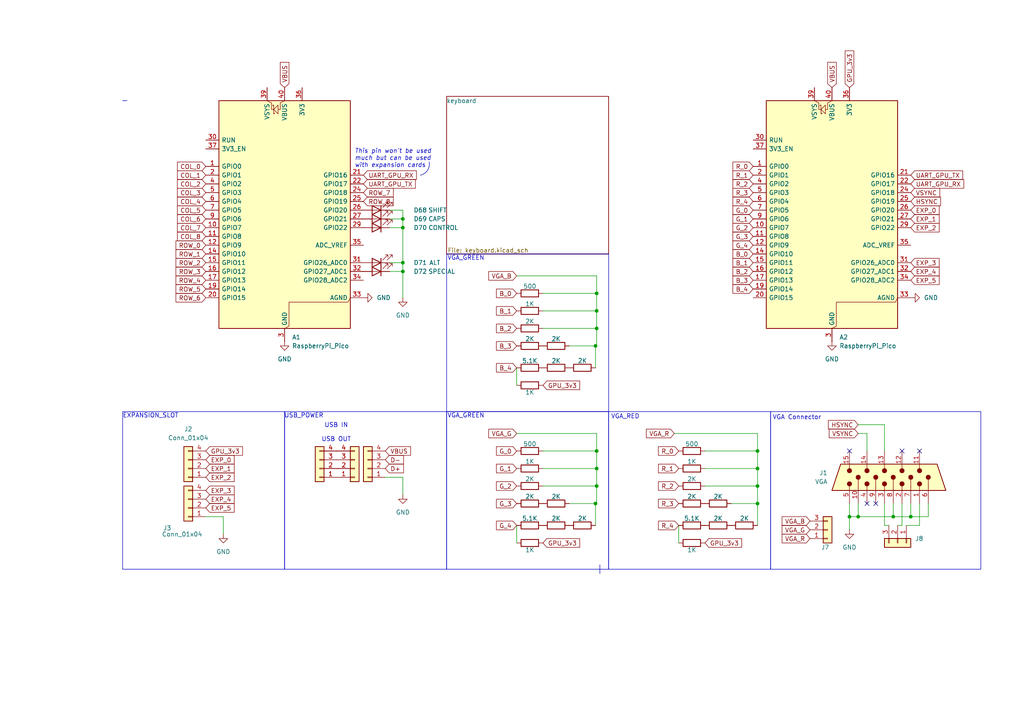
<source format=kicad_sch>
(kicad_sch (version 20250114) (generator "eeschema") (generator_version "9.0")
  (paper "A4")
  (lib_symbols
    (symbol "Connector:DE15_Pins_HighDensity" (pin_names (offset 1.016) (hide yes))
      (property "Reference" "J" (at 0 21.59 0))
      (property "Value" "DE15_Pins_HighDensity" (at 0 19.05 0))
      (symbol "DE15_Pins_HighDensity_0_1"
        (polyline (pts (xy -3.81 17.78) (xy -3.81 -15.24) (xy 3.81 -12.7) (xy 3.81 15.24) (xy -3.81 17.78)) (stroke (width 0.254)) (fill (type background)))
        (polyline (pts (xy -3.175 -5.08) (xy -0.635 -5.08)))
        (circle (center -1.905 12.7) (radius 0.635) (fill (type outline)))
        (circle (center -1.905 7.62) (radius 0.635) (fill (type outline)))
        (circle (center -1.905 2.54) (radius 0.635) (fill (type outline)))
        (circle (center -1.905 -2.54) (radius 0.635) (fill (type outline)))
        (circle (center -1.905 -7.62) (radius 0.635) (fill (type outline)))
        (polyline (pts (xy -0.635 10.16) (xy -3.175 10.16)))
        (polyline (pts (xy -0.635 5.08) (xy -3.175 5.08)))
        (polyline (pts (xy -0.635 0) (xy -3.175 0)))
        (polyline (pts (xy -0.635 -10.16) (xy -3.175 -10.16)))
        (circle (center 0 10.16) (radius 0.635) (fill (type outline)))
        (circle (center 0 5.08) (radius 0.635) (fill (type outline)))
        (circle (center 0 0) (radius 0.635) (fill (type outline)))
        (circle (center 0 -5.08) (radius 0.635) (fill (type outline)))
        (circle (center 0 -10.16) (radius 0.635) (fill (type outline)))
        (circle (center 1.905 12.7) (radius 0.635) (fill (type outline)))
        (circle (center 1.905 7.62) (radius 0.635) (fill (type outline)))
        (circle (center 1.905 2.54) (radius 0.635) (fill (type outline)))
        (circle (center 1.905 -2.54) (radius 0.635) (fill (type outline)))
        (circle (center 1.905 -7.62) (radius 0.635) (fill (type outline)))
      )
      (symbol "DE15_Pins_HighDensity_1_1"
        (pin passive line (at -7.62 12.7 0) (length 5.08) (name "~") (number "5"))
        (pin passive line (at -7.62 10.16 0) (length 5.08) (name "~") (number "10"))
        (pin passive line (at -7.62 7.62 0) (length 5.08) (name "~") (number "4"))
        (pin passive line (at -7.62 5.08 0) (length 5.08) (name "~") (number "9"))
        (pin passive line (at -7.62 2.54 0) (length 5.08) (name "~") (number "3"))
        (pin passive line (at -7.62 0 0) (length 5.08) (name "~") (number "8"))
        (pin passive line (at -7.62 -2.54 0) (length 5.08) (name "~") (number "2"))
        (pin passive line (at -7.62 -5.08 0) (length 5.08) (name "~") (number "7"))
        (pin passive line (at -7.62 -7.62 0) (length 5.08) (name "~") (number "1"))
        (pin passive line (at -7.62 -10.16 0) (length 5.08) (name "~") (number "6"))
        (pin passive line (at 7.62 12.7 180) (length 5.08) (name "~") (number "15"))
        (pin passive line (at 7.62 7.62 180) (length 5.08) (name "~") (number "14"))
        (pin passive line (at 7.62 2.54 180) (length 5.08) (name "~") (number "13"))
        (pin passive line (at 7.62 -2.54 180) (length 5.08) (name "~") (number "12"))
        (pin passive line (at 7.62 -7.62 180) (length 5.08) (name "~") (number "11"))
      )
    )
    (symbol "Connector_Generic:Conn_01x03" (pin_names (offset 1.016) (hide yes))
      (property "Reference" "J" (at 0 5.08 0))
      (property "Value" "Conn_01x03" (at 0 -5.08 0))
      (symbol "Conn_01x03_1_1"
        (rectangle (start -1.27 3.81) (end 1.27 -3.81) (stroke (width 0.254)) (fill (type background)))
        (rectangle (start -1.27 2.667) (end 0 2.413) (stroke (width 0.1524)))
        (rectangle (start -1.27 0.127) (end 0 -0.127) (stroke (width 0.1524)))
        (rectangle (start -1.27 -2.413) (end 0 -2.667) (stroke (width 0.1524)))
        (pin passive line (at -5.08 2.54 0) (length 3.81) (name "Pin_1") (number "1"))
        (pin passive line (at -5.08 0 0) (length 3.81) (name "Pin_2") (number "2"))
        (pin passive line (at -5.08 -2.54 0) (length 3.81) (name "Pin_3") (number "3"))
      )
    )
    (symbol "Connector_Generic:Conn_01x04" (pin_names (offset 1.016) (hide yes))
      (property "Reference" "J" (at 0 5.08 0))
      (property "Value" "Conn_01x04" (at 0 -7.62 0))
      (symbol "Conn_01x04_1_1"
        (rectangle (start -1.27 3.81) (end 1.27 -6.35) (stroke (width 0.254)) (fill (type background)))
        (rectangle (start -1.27 2.667) (end 0 2.413) (stroke (width 0.1524)))
        (rectangle (start -1.27 0.127) (end 0 -0.127) (stroke (width 0.1524)))
        (rectangle (start -1.27 -2.413) (end 0 -2.667) (stroke (width 0.1524)))
        (rectangle (start -1.27 -4.953) (end 0 -5.207) (stroke (width 0.1524)))
        (pin passive line (at -5.08 2.54 0) (length 3.81) (name "Pin_1") (number "1"))
        (pin passive line (at -5.08 0 0) (length 3.81) (name "Pin_2") (number "2"))
        (pin passive line (at -5.08 -2.54 0) (length 3.81) (name "Pin_3") (number "3"))
        (pin passive line (at -5.08 -5.08 0) (length 3.81) (name "Pin_4") (number "4"))
      )
    )
    (symbol "Device:LED" (pin_numbers (hide yes)) (pin_names (offset 1.016) (hide yes))
      (property "Reference" "D" (at 0 2.54 0))
      (property "Value" "LED" (at 0 -2.54 0))
      (symbol "LED_0_1"
        (polyline (pts (xy -3.048 -0.762) (xy -4.572 -2.286) (xy -3.81 -2.286) (xy -4.572 -2.286) (xy -4.572 -1.524)))
        (polyline (pts (xy -1.778 -0.762) (xy -3.302 -2.286) (xy -2.54 -2.286) (xy -3.302 -2.286) (xy -3.302 -1.524)))
        (polyline (pts (xy -1.27 0) (xy 1.27 0)))
        (polyline (pts (xy -1.27 -1.27) (xy -1.27 1.27)) (stroke (width 0.254)))
        (polyline (pts (xy 1.27 -1.27) (xy 1.27 1.27) (xy -1.27 0) (xy 1.27 -1.27)) (stroke (width 0.254)))
      )
      (symbol "LED_1_1"
        (pin passive line (at -3.81 0 0) (length 2.54) (name "K") (number "1"))
        (pin passive line (at 3.81 0 180) (length 2.54) (name "A") (number "2"))
      )
    )
    (symbol "Device:R" (pin_numbers (hide yes)) (pin_names (offset 0))
      (property "Reference" "R" (at 2.032 0 90))
      (property "Value" "R" (at 0 0 90))
      (symbol "R_0_1"
        (rectangle (start -1.016 -2.54) (end 1.016 2.54) (stroke (width 0.254)))
      )
      (symbol "R_1_1"
        (pin passive line (at 0 3.81 270) (length 1.27) (name "~") (number "1"))
        (pin passive line (at 0 -3.81 90) (length 1.27) (name "~") (number "2"))
      )
    )
    (symbol "MCU_Module:RaspberryPi_Pico" (pin_names (offset 0.762))
      (property "Reference" "A" (at -19.05 35.56 0))
      (property "Value" "RaspberryPi_Pico" (at 7.62 35.56 0))
      (symbol "RaspberryPi_Pico_0_1"
        (rectangle (start -19.05 34.29) (end 19.05 -31.75) (stroke (width 0.254)) (fill (type background)))
        (polyline (pts (xy -5.08 34.29) (xy -3.81 33.655) (xy -3.81 31.75) (xy -3.175 31.75)))
        (polyline (pts (xy -3.429 32.766) (xy -3.429 33.02) (xy -3.175 33.02) (xy -3.175 30.48) (xy -2.921 30.48) (xy -2.921 30.734)))
        (polyline (pts (xy -3.175 31.75) (xy -1.905 33.02) (xy -1.905 30.48) (xy -3.175 31.75)))
        (polyline (pts (xy 0 34.29) (xy -1.27 33.655) (xy -1.27 31.75) (xy -1.905 31.75)))
        (polyline (pts (xy 0 -31.75) (xy 1.27 -31.115) (xy 1.27 -24.13) (xy 18.415 -24.13) (xy 19.05 -22.86)))
      )
      (symbol "RaspberryPi_Pico_1_1"
        (pin passive line (at -22.86 22.86 0) (length 3.81) (name "RUN") (number "30"))
        (pin passive line (at -22.86 20.32 0) (length 3.81) (name "3V3_EN") (number "37"))
        (pin bidirectional line (at -22.86 15.24 0) (length 3.81) (name "GPIO0") (number "1"))
        (pin bidirectional line (at -22.86 12.7 0) (length 3.81) (name "GPIO1") (number "2"))
        (pin bidirectional line (at -22.86 10.16 0) (length 3.81) (name "GPIO2") (number "4"))
        (pin bidirectional line (at -22.86 7.62 0) (length 3.81) (name "GPIO3") (number "5"))
        (pin bidirectional line (at -22.86 5.08 0) (length 3.81) (name "GPIO4") (number "6"))
        (pin bidirectional line (at -22.86 2.54 0) (length 3.81) (name "GPIO5") (number "7"))
        (pin bidirectional line (at -22.86 0 0) (length 3.81) (name "GPIO6") (number "9"))
        (pin bidirectional line (at -22.86 -2.54 0) (length 3.81) (name "GPIO7") (number "10"))
        (pin bidirectional line (at -22.86 -5.08 0) (length 3.81) (name "GPIO8") (number "11"))
        (pin bidirectional line (at -22.86 -7.62 0) (length 3.81) (name "GPIO9") (number "12"))
        (pin bidirectional line (at -22.86 -10.16 0) (length 3.81) (name "GPIO10") (number "14"))
        (pin bidirectional line (at -22.86 -12.7 0) (length 3.81) (name "GPIO11") (number "15"))
        (pin bidirectional line (at -22.86 -15.24 0) (length 3.81) (name "GPIO12") (number "16"))
        (pin bidirectional line (at -22.86 -17.78 0) (length 3.81) (name "GPIO13") (number "17"))
        (pin bidirectional line (at -22.86 -20.32 0) (length 3.81) (name "GPIO14") (number "19"))
        (pin bidirectional line (at -22.86 -22.86 0) (length 3.81) (name "GPIO15") (number "20"))
        (pin power_in line (at -5.08 38.1 270) (length 3.81) (name "VSYS") (number "39"))
        (pin power_out line (at 0 38.1 270) (length 3.81) (name "VBUS") (number "40"))
        (pin passive line (at 0 -35.56 90) (length 3.81) (hide yes) (name "GND") (number "13"))
        (pin passive line (at 0 -35.56 90) (length 3.81) (hide yes) (name "GND") (number "18"))
        (pin passive line (at 0 -35.56 90) (length 3.81) (hide yes) (name "GND") (number "23"))
        (pin passive line (at 0 -35.56 90) (length 3.81) (hide yes) (name "GND") (number "28"))
        (pin power_out line (at 0 -35.56 90) (length 3.81) (name "GND") (number "3"))
        (pin passive line (at 0 -35.56 90) (length 3.81) (hide yes) (name "GND") (number "38"))
        (pin passive line (at 0 -35.56 90) (length 3.81) (hide yes) (name "GND") (number "8"))
        (pin power_out line (at 5.08 38.1 270) (length 3.81) (name "3V3") (number "36"))
        (pin bidirectional line (at 22.86 12.7 180) (length 3.81) (name "GPIO16") (number "21"))
        (pin bidirectional line (at 22.86 10.16 180) (length 3.81) (name "GPIO17") (number "22"))
        (pin bidirectional line (at 22.86 7.62 180) (length 3.81) (name "GPIO18") (number "24"))
        (pin bidirectional line (at 22.86 5.08 180) (length 3.81) (name "GPIO19") (number "25"))
        (pin bidirectional line (at 22.86 2.54 180) (length 3.81) (name "GPIO20") (number "26"))
        (pin bidirectional line (at 22.86 0 180) (length 3.81) (name "GPIO21") (number "27"))
        (pin bidirectional line (at 22.86 -2.54 180) (length 3.81) (name "GPIO22") (number "29"))
        (pin power_in line (at 22.86 -7.62 180) (length 3.81) (name "ADC_VREF") (number "35"))
        (pin bidirectional line (at 22.86 -12.7 180) (length 3.81) (name "GPIO26_ADC0") (number "31"))
        (pin bidirectional line (at 22.86 -15.24 180) (length 3.81) (name "GPIO27_ADC1") (number "32"))
        (pin bidirectional line (at 22.86 -17.78 180) (length 3.81) (name "GPIO28_ADC2") (number "34"))
        (pin power_out line (at 22.86 -22.86 180) (length 3.81) (name "AGND") (number "33"))
      )
    )
    (symbol "power:GND" (power) (pin_numbers (hide yes)) (pin_names (offset 0) (hide yes))
      (property "Value" "GND" (at 0 -3.81 0))
      (symbol "GND_0_1"
        (polyline (pts (xy 0 0) (xy 0 -1.27) (xy 1.27 -1.27) (xy 0 -2.54) (xy -1.27 -1.27) (xy 0 -1.27)))
      )
      (symbol "GND_1_1"
        (pin power_in line (at 0 0 270) (length 0) (name "~") (number "1"))
      )
    )
  )
  (rectangle (start 223.52 119.38) (end 284.48 165.1))
  (rectangle (start 129.54 119.38) (end 176.53 165.1))
  (rectangle (start 176.53 119.38) (end 223.52 165.1))
  (rectangle (start 35.56 119.38) (end 82.55 165.1))
  (rectangle (start 129.54 73.66) (end 176.53 119.38))
  (rectangle (start 173.99 163.83) (end 173.99 166.37))
  (rectangle (start 82.55 119.38) (end 129.54 165.1))
  (arc (start 124.46 46.99) (mid 123.9791 49.4211) (end 121.92 50.8))
  (text "VGA Connector\n" (at 231.14 121.158 0) (effects (font (size 1.27 1.27))))
  (text "USB_POWER" (at 88.138 120.65 0) (effects (font (size 1.27 1.27))))
  (text "USB IN\n\nUSB OUT" (at 97.536 125.476 0) (effects (font (size 1.27 1.27))))
  (text "VGA_RED\n" (at 181.356 120.904 0) (effects (font (size 1.27 1.27))))
  (text "This pin won't be used\nmuch but can be used \nwith expansion cards" (at 102.87 45.974 0) (effects (font (size 1.27 1.27) (italic yes)) (justify left)))
  (text "EXPANSION_SLOT\n" (at 43.688 120.65 0) (effects (font (size 1.27 1.27))))
  (text "VGA_GREEN\n\n" (at 135.128 121.666 0) (effects (font (size 1.27 1.27))))
  (text "VGA_GREEN\n\n" (at 135.128 75.946 0) (effects (font (size 1.27 1.27))))
  (junction (at 219.71 146.05))
  (junction (at 173.0555 140.97))
  (junction (at 248.92 149.86))
  (junction (at 173.0555 135.89))
  (junction (at 246.38 149.86))
  (junction (at 116.84 76.2))
  (junction (at 173.0555 85.09))
  (junction (at 172.72 146.05))
  (junction (at 219.71 130.81))
  (junction (at 116.84 63.5))
  (junction (at 172.72 100.33))
  (junction (at 219.71 135.89))
  (junction (at 219.71 140.97))
  (junction (at 173.0555 90.17))
  (junction (at 116.84 66.04))
  (junction (at 173.0555 95.25))
  (junction (at 259.08 149.86))
  (junction (at 173.0555 130.81))
  (junction (at 264.16 149.86))
  (junction (at 116.84 78.74))
  (no_connect (at 251.46 146.05))
  (no_connect (at 254 146.05))
  (no_connect (at 266.7 130.81))
  (no_connect (at 246.38 130.81))
  (no_connect (at 261.62 130.81))
  (wire (pts (xy 64.77 149.86) (xy 59.69 149.86)))
  (wire (pts (xy 116.84 78.74) (xy 116.84 86.36)))
  (wire (pts (xy 262.89 152.4) (xy 266.7 152.4)))
  (wire (pts (xy 173.0555 95.25) (xy 173.0555 100.33)))
  (wire (pts (xy 219.71 130.81) (xy 219.71 135.89)))
  (wire (pts (xy 157.48 135.89) (xy 173.0555 135.89)))
  (wire (pts (xy 266.7 146.05) (xy 266.7 152.4)))
  (wire (pts (xy 251.46 125.73) (xy 251.46 130.81)))
  (wire (pts (xy 64.77 149.86) (xy 64.77 154.94)))
  (wire (pts (xy 116.84 76.2) (xy 116.84 78.74)))
  (wire (pts (xy 219.71 135.89) (xy 219.71 140.97)))
  (wire (pts (xy 149.86 106.68) (xy 149.86 111.76)))
  (wire (pts (xy 113.03 76.2) (xy 116.84 76.2)))
  (wire (pts (xy 269.24 149.86) (xy 269.24 146.05)))
  (wire (pts (xy 157.48 140.97) (xy 173.0555 140.97)))
  (wire (pts (xy 173.0555 90.17) (xy 173.0555 95.25)))
  (wire (pts (xy 246.38 146.05) (xy 246.38 149.86)))
  (wire (pts (xy 116.84 60.96) (xy 116.84 63.5)))
  (wire (pts (xy 173.0555 135.89) (xy 173.0555 140.97)))
  (wire (pts (xy 113.03 66.04) (xy 116.84 66.04)))
  (polyline (pts (xy 35.56 29.21) (xy 36.83 29.21)))
  (wire (pts (xy 173.0555 80.01) (xy 173.0555 85.09)))
  (wire (pts (xy 248.92 146.05) (xy 248.92 149.86)))
  (wire (pts (xy 246.38 149.86) (xy 248.92 149.86)))
  (wire (pts (xy 157.48 90.17) (xy 173.0555 90.17)))
  (wire (pts (xy 246.38 149.86) (xy 246.38 153.67)))
  (wire (pts (xy 165.1 146.05) (xy 172.72 146.05)))
  (wire (pts (xy 195.58 125.73) (xy 219.71 125.73)))
  (wire (pts (xy 113.03 78.74) (xy 116.84 78.74)))
  (wire (pts (xy 248.92 149.86) (xy 259.08 149.86)))
  (wire (pts (xy 196.85 152.4) (xy 196.85 157.48)))
  (wire (pts (xy 219.71 125.73) (xy 219.71 130.81)))
  (wire (pts (xy 248.92 123.19) (xy 256.54 123.19)))
  (wire (pts (xy 219.71 140.97) (xy 219.71 146.05)))
  (wire (pts (xy 248.92 125.73) (xy 251.46 125.73)))
  (wire (pts (xy 149.86 152.4) (xy 149.86 157.48)))
  (wire (pts (xy 204.47 140.97) (xy 219.71 140.97)))
  (wire (pts (xy 204.47 135.89) (xy 219.71 135.89)))
  (wire (pts (xy 116.84 63.5) (xy 116.84 66.04)))
  (wire (pts (xy 172.72 100.33) (xy 172.72 106.68)))
  (wire (pts (xy 212.09 146.05) (xy 219.71 146.05)))
  (wire (pts (xy 149.86 80.01) (xy 173.0555 80.01)))
  (wire (pts (xy 264.16 146.05) (xy 264.16 149.86)))
  (wire (pts (xy 157.48 130.81) (xy 173.0555 130.81)))
  (wire (pts (xy 264.16 149.86) (xy 269.24 149.86)))
  (wire (pts (xy 259.08 149.86) (xy 264.16 149.86)))
  (wire (pts (xy 173.0555 130.81) (xy 173.0555 135.89)))
  (wire (pts (xy 116.84 138.43) (xy 111.76 138.43)))
  (wire (pts (xy 116.84 66.04) (xy 116.84 76.2)))
  (wire (pts (xy 172.72 146.05) (xy 173.0555 146.05)))
  (wire (pts (xy 172.72 146.05) (xy 172.72 152.4)))
  (wire (pts (xy 173.0555 125.73) (xy 173.0555 130.81)))
  (wire (pts (xy 165.1 100.33) (xy 172.72 100.33)))
  (wire (pts (xy 173.0555 140.97) (xy 173.0555 146.05)))
  (wire (pts (xy 113.03 63.5) (xy 116.84 63.5)))
  (wire (pts (xy 261.62 146.05) (xy 261.62 152.4)))
  (wire (pts (xy 256.54 152.4) (xy 257.81 152.4)))
  (wire (pts (xy 256.54 146.05) (xy 256.54 152.4)))
  (wire (pts (xy 157.48 95.25) (xy 173.0555 95.25)))
  (wire (pts (xy 256.54 123.19) (xy 256.54 130.81)))
  (wire (pts (xy 259.08 146.05) (xy 259.08 149.86)))
  (wire (pts (xy 204.47 130.81) (xy 219.71 130.81)))
  (wire (pts (xy 172.72 100.33) (xy 173.0555 100.33)))
  (wire (pts (xy 116.84 138.43) (xy 116.84 143.51)))
  (wire (pts (xy 157.48 85.09) (xy 173.0555 85.09)))
  (wire (pts (xy 261.62 152.4) (xy 260.35 152.4)))
  (wire (pts (xy 149.86 125.73) (xy 173.0555 125.73)))
  (wire (pts (xy 113.03 60.96) (xy 116.84 60.96)))
  (wire (pts (xy 173.0555 85.09) (xy 173.0555 90.17)))
  (wire (pts (xy 219.71 146.05) (xy 219.71 152.4)))
  (global_label "COL_2" (shape input) (at 59.69 53.34 180) (property "Intersheetrefs" "${INTERSHEET_REFS}" (effects (hide yes))))
  (global_label "B_0" (shape input) (at 149.86 85.09 180) (property "Intersheetrefs" "${INTERSHEET_REFS}" (effects (hide yes))))
  (global_label "EXP_3" (shape input) (at 264.16 76.2 0) (property "Intersheetrefs" "${INTERSHEET_REFS}" (effects (hide yes))))
  (global_label "COL_0" (shape input) (at 59.69 48.26 180) (property "Intersheetrefs" "${INTERSHEET_REFS}" (effects (hide yes))))
  (global_label "VGA_R" (shape input) (at 234.95 156.21 180) (property "Intersheetrefs" "${INTERSHEET_REFS}" (effects (hide yes))))
  (global_label "R_3" (shape input) (at 196.85 146.05 180) (property "Intersheetrefs" "${INTERSHEET_REFS}" (effects (hide yes))))
  (global_label "HSYNC" (shape input) (at 248.92 123.19 180) (property "Intersheetrefs" "${INTERSHEET_REFS}" (effects (hide yes))))
  (global_label "R_0" (shape input) (at 218.44 48.26 180) (property "Intersheetrefs" "${INTERSHEET_REFS}" (effects (hide yes))))
  (global_label "D+" (shape input) (at 111.76 135.89 0) (property "Intersheetrefs" "${INTERSHEET_REFS}" (effects (hide yes))))
  (global_label "ROW_5" (shape input) (at 59.69 83.82 180) (property "Intersheetrefs" "${INTERSHEET_REFS}" (effects (hide yes))))
  (global_label "ROW_0" (shape input) (at 59.69 71.12 180) (property "Intersheetrefs" "${INTERSHEET_REFS}" (effects (hide yes))))
  (global_label "EXP_3" (shape input) (at 59.69 142.24 0) (property "Intersheetrefs" "${INTERSHEET_REFS}" (effects (hide yes))))
  (global_label "B_4" (shape input) (at 218.44 83.82 180) (property "Intersheetrefs" "${INTERSHEET_REFS}" (effects (hide yes))))
  (global_label "EXP_4" (shape input) (at 264.16 78.74 0) (property "Intersheetrefs" "${INTERSHEET_REFS}" (effects (hide yes))))
  (global_label "G_4" (shape input) (at 149.86 152.4 180) (property "Intersheetrefs" "${INTERSHEET_REFS}" (effects (hide yes))))
  (global_label "UART_GPU_RX" (shape input) (at 264.16 53.34 0) (property "Intersheetrefs" "${INTERSHEET_REFS}" (effects (hide yes))))
  (global_label "GPU_3v3" (shape input) (at 157.48 157.48 0) (property "Intersheetrefs" "${INTERSHEET_REFS}" (effects (hide yes))))
  (global_label "GPU_3v3" (shape input) (at 204.47 157.48 0) (property "Intersheetrefs" "${INTERSHEET_REFS}" (effects (hide yes))))
  (global_label "EXP_1" (shape input) (at 59.69 135.89 0) (property "Intersheetrefs" "${INTERSHEET_REFS}" (effects (hide yes))))
  (global_label "ROW_4" (shape input) (at 59.69 81.28 180) (property "Intersheetrefs" "${INTERSHEET_REFS}" (effects (hide yes))))
  (global_label "ROW_6" (shape input) (at 59.69 86.36 180) (property "Intersheetrefs" "${INTERSHEET_REFS}" (effects (hide yes))))
  (global_label "VSYNC" (shape input) (at 264.16 55.88 0) (property "Intersheetrefs" "${INTERSHEET_REFS}" (effects (hide yes))))
  (global_label "EXP_5" (shape input) (at 264.16 81.28 0) (property "Intersheetrefs" "${INTERSHEET_REFS}" (effects (hide yes))))
  (global_label "B_0" (shape input) (at 218.44 73.66 180) (property "Intersheetrefs" "${INTERSHEET_REFS}" (effects (hide yes))))
  (global_label "G_2" (shape input) (at 218.44 66.04 180) (property "Intersheetrefs" "${INTERSHEET_REFS}" (effects (hide yes))))
  (global_label "UART_GPU_RX" (shape input) (at 105.41 50.8 0) (property "Intersheetrefs" "${INTERSHEET_REFS}" (effects (hide yes))))
  (global_label "R_3" (shape input) (at 218.44 55.88 180) (property "Intersheetrefs" "${INTERSHEET_REFS}" (effects (hide yes))))
  (global_label "VGA_B" (shape input) (at 234.95 151.13 180) (property "Intersheetrefs" "${INTERSHEET_REFS}" (effects (hide yes))))
  (global_label "COL_8" (shape input) (at 59.69 68.58 180) (property "Intersheetrefs" "${INTERSHEET_REFS}" (effects (hide yes))))
  (global_label "VGA_G" (shape input) (at 149.86 125.73 180) (property "Intersheetrefs" "${INTERSHEET_REFS}" (effects (hide yes))))
  (global_label "G_0" (shape input) (at 218.44 60.96 180) (property "Intersheetrefs" "${INTERSHEET_REFS}" (effects (hide yes))))
  (global_label "GPU_3v3" (shape input) (at 157.48 111.76 0) (property "Intersheetrefs" "${INTERSHEET_REFS}" (effects (hide yes))))
  (global_label "COL_4" (shape input) (at 59.69 58.42 180) (property "Intersheetrefs" "${INTERSHEET_REFS}" (effects (hide yes))))
  (global_label "B_3" (shape input) (at 149.86 100.33 180) (property "Intersheetrefs" "${INTERSHEET_REFS}" (effects (hide yes))))
  (global_label "COL_7" (shape input) (at 59.69 66.04 180) (property "Intersheetrefs" "${INTERSHEET_REFS}" (effects (hide yes))))
  (global_label "VSYNC" (shape input) (at 248.92 125.73 180) (property "Intersheetrefs" "${INTERSHEET_REFS}" (effects (hide yes))))
  (global_label "COL_6" (shape input) (at 59.69 63.5 180) (property "Intersheetrefs" "${INTERSHEET_REFS}" (effects (hide yes))))
  (global_label "B_3" (shape input) (at 218.44 81.28 180) (property "Intersheetrefs" "${INTERSHEET_REFS}" (effects (hide yes))))
  (global_label "B_1" (shape input) (at 218.44 76.2 180) (property "Intersheetrefs" "${INTERSHEET_REFS}" (effects (hide yes))))
  (global_label "D-" (shape input) (at 111.76 133.35 0) (property "Intersheetrefs" "${INTERSHEET_REFS}" (effects (hide yes))))
  (global_label "EXP_1" (shape input) (at 264.16 63.5 0) (property "Intersheetrefs" "${INTERSHEET_REFS}" (effects (hide yes))))
  (global_label "B_2" (shape input) (at 218.44 78.74 180) (property "Intersheetrefs" "${INTERSHEET_REFS}" (effects (hide yes))))
  (global_label "R_2" (shape input) (at 196.85 140.97 180) (property "Intersheetrefs" "${INTERSHEET_REFS}" (effects (hide yes))))
  (global_label "EXP_0" (shape input) (at 59.69 133.35 0) (property "Intersheetrefs" "${INTERSHEET_REFS}" (effects (hide yes))))
  (global_label "B_2" (shape input) (at 149.86 95.25 180) (property "Intersheetrefs" "${INTERSHEET_REFS}" (effects (hide yes))))
  (global_label "EXP_2" (shape input) (at 264.16 66.04 0) (property "Intersheetrefs" "${INTERSHEET_REFS}" (effects (hide yes))))
  (global_label "EXP_4" (shape input) (at 59.69 144.78 0) (property "Intersheetrefs" "${INTERSHEET_REFS}" (effects (hide yes))))
  (global_label "G_0" (shape input) (at 149.86 130.81 180) (property "Intersheetrefs" "${INTERSHEET_REFS}" (effects (hide yes))))
  (global_label "EXP_0" (shape input) (at 264.16 60.96 0) (property "Intersheetrefs" "${INTERSHEET_REFS}" (effects (hide yes))))
  (global_label "ROW_2" (shape input) (at 59.69 76.2 180) (property "Intersheetrefs" "${INTERSHEET_REFS}" (effects (hide yes))))
  (global_label "ROW_7" (shape input) (at 105.41 55.88 0) (property "Intersheetrefs" "${INTERSHEET_REFS}" (effects (hide yes))))
  (global_label "ROW_3" (shape input) (at 59.69 78.74 180) (property "Intersheetrefs" "${INTERSHEET_REFS}" (effects (hide yes))))
  (global_label "UART_GPU_TX" (shape input) (at 264.16 50.8 0) (property "Intersheetrefs" "${INTERSHEET_REFS}" (effects (hide yes))))
  (global_label "G_3" (shape input) (at 149.86 146.05 180) (property "Intersheetrefs" "${INTERSHEET_REFS}" (effects (hide yes))))
  (global_label "G_3" (shape input) (at 218.44 68.58 180) (property "Intersheetrefs" "${INTERSHEET_REFS}" (effects (hide yes))))
  (global_label "EXP_5" (shape input) (at 59.69 147.32 0) (property "Intersheetrefs" "${INTERSHEET_REFS}" (effects (hide yes))))
  (global_label "G_1" (shape input) (at 149.86 135.89 180) (property "Intersheetrefs" "${INTERSHEET_REFS}" (effects (hide yes))))
  (global_label "VBUS" (shape input) (at 241.3 25.4 90) (property "Intersheetrefs" "${INTERSHEET_REFS}" (effects (hide yes))))
  (global_label "B_4" (shape input) (at 149.86 106.68 180) (property "Intersheetrefs" "${INTERSHEET_REFS}" (effects (hide yes))))
  (global_label "GPU_3v3" (shape input) (at 59.69 130.81 0) (property "Intersheetrefs" "${INTERSHEET_REFS}" (effects (hide yes))))
  (global_label "VGA_R" (shape input) (at 195.58 125.73 180) (property "Intersheetrefs" "${INTERSHEET_REFS}" (effects (hide yes))))
  (global_label "COL_3" (shape input) (at 59.69 55.88 180) (property "Intersheetrefs" "${INTERSHEET_REFS}" (effects (hide yes))))
  (global_label "COL_1" (shape input) (at 59.69 50.8 180) (property "Intersheetrefs" "${INTERSHEET_REFS}" (effects (hide yes))))
  (global_label "HSYNC" (shape input) (at 264.16 58.42 0) (property "Intersheetrefs" "${INTERSHEET_REFS}" (effects (hide yes))))
  (global_label "B_1" (shape input) (at 149.86 90.17 180) (property "Intersheetrefs" "${INTERSHEET_REFS}" (effects (hide yes))))
  (global_label "GPU_3v3" (shape input) (at 246.38 25.4 90) (property "Intersheetrefs" "${INTERSHEET_REFS}" (effects (hide yes))))
  (global_label "R_1" (shape input) (at 196.85 135.89 180) (property "Intersheetrefs" "${INTERSHEET_REFS}" (effects (hide yes))))
  (global_label "R_4" (shape input) (at 218.44 58.42 180) (property "Intersheetrefs" "${INTERSHEET_REFS}" (effects (hide yes))))
  (global_label "EXP_2" (shape input) (at 59.69 138.43 0) (property "Intersheetrefs" "${INTERSHEET_REFS}" (effects (hide yes))))
  (global_label "UART_GPU_TX" (shape input) (at 105.41 53.34 0) (property "Intersheetrefs" "${INTERSHEET_REFS}" (effects (hide yes))))
  (global_label "G_4" (shape input) (at 218.44 71.12 180) (property "Intersheetrefs" "${INTERSHEET_REFS}" (effects (hide yes))))
  (global_label "R_4" (shape input) (at 196.85 152.4 180) (property "Intersheetrefs" "${INTERSHEET_REFS}" (effects (hide yes))))
  (global_label "VBUS" (shape input) (at 111.76 130.81 0) (property "Intersheetrefs" "${INTERSHEET_REFS}" (effects (hide yes))))
  (global_label "VGA_G" (shape input) (at 234.95 153.67 180) (property "Intersheetrefs" "${INTERSHEET_REFS}" (effects (hide yes))))
  (global_label "R_1" (shape input) (at 218.44 50.8 180) (property "Intersheetrefs" "${INTERSHEET_REFS}" (effects (hide yes))))
  (global_label "ROW_8" (shape input) (at 105.41 58.42 0) (property "Intersheetrefs" "${INTERSHEET_REFS}" (effects (hide yes))))
  (global_label "COL_5" (shape input) (at 59.69 60.96 180) (property "Intersheetrefs" "${INTERSHEET_REFS}" (effects (hide yes))))
  (global_label "VBUS" (shape input) (at 82.55 25.4 90) (property "Intersheetrefs" "${INTERSHEET_REFS}" (effects (hide yes))))
  (global_label "G_1" (shape input) (at 218.44 63.5 180) (property "Intersheetrefs" "${INTERSHEET_REFS}" (effects (hide yes))))
  (global_label "VGA_B" (shape input) (at 149.86 80.01 180) (property "Intersheetrefs" "${INTERSHEET_REFS}" (effects (hide yes))))
  (global_label "ROW_1" (shape input) (at 59.69 73.66 180) (property "Intersheetrefs" "${INTERSHEET_REFS}" (effects (hide yes))))
  (global_label "G_2" (shape input) (at 149.86 140.97 180) (property "Intersheetrefs" "${INTERSHEET_REFS}" (effects (hide yes))))
  (global_label "R_2" (shape input) (at 218.44 53.34 180) (property "Intersheetrefs" "${INTERSHEET_REFS}" (effects (hide yes))))
  (global_label "R_0" (shape input) (at 196.85 130.81 180) (property "Intersheetrefs" "${INTERSHEET_REFS}" (effects (hide yes))))
  (symbol (lib_id "Device:LED") (at 109.22 63.5 180) (unit 1)
    (property "Reference" "D69" (at 121.92 63.5 0))
    (property "Value" "CAPS" (at 124.206 63.5 0) (effects (justify right)))
    (property "Footprint" "LED_THT:LED_D3.0mm" (effects (hide yes)))
    (property "Description" "Light emitting diode" (effects (hide yes)))
    (property "Sim.Pins" "1=K 2=A" (effects (hide yes)))
  )
  (symbol (lib_id "power:GND") (at 241.3 99.06 0) (unit 1)
    (property "Reference" "#PWR05" (effects (hide yes)))
    (property "Value" "GND" (at 241.3 104.14 0))
    (property "Description" "Power symbol creates a global label with name \"GND\" , ground" (effects (hide yes)))
  )
  (symbol (lib_id "Device:R") (at 200.66 146.05 90) (unit 1)
    (property "Reference" "R4" (effects (hide yes)))
    (property "Value" "2K" (at 200.66 144.018 90))
    (property "Footprint" "Diode_THT:D_DO-35_SOD27_P7.62mm_Horizontal" (effects (hide yes)))
    (property "Description" "Resistor" (effects (hide yes)))
  )
  (symbol (lib_id "MCU_Module:RaspberryPi_Pico") (at 241.3 63.5 0) (unit 1)
    (property "Reference" "A2" (at 243.4433 97.79 0) (effects (justify left)))
    (property "Value" "RaspberryPi_Pico" (at 243.4433 100.33 0) (effects (justify left)))
    (property "Footprint" "Module:RaspberryPi_Pico_Common_THT" (effects (hide yes)))
    (property "Datasheet" "https://datasheets.raspberrypi.com/pico/pico-datasheet.pdf" (effects (hide yes)))
    (property "Description" "Versatile and inexpensive microcontroller module powered by RP2040 dual-core Arm Cortex-M0+ processor up to 133 MHz, 264kB SRAM, 2MB QSPI flash; also supports Raspberry Pi Pico 2" (effects (hide yes)))
  )
  (symbol (lib_id "power:GND") (at 105.41 86.36 90) (unit 1)
    (property "Reference" "#PWR09" (effects (hide yes)))
    (property "Value" "GND" (at 109.22 86.3599 90) (effects (justify right)))
    (property "Description" "Power symbol creates a global label with name \"GND\" , ground" (effects (hide yes)))
  )
  (symbol (lib_id "Device:LED") (at 109.22 60.96 180) (unit 1)
    (property "Reference" "D68" (at 121.92 60.96 0))
    (property "Value" "SHIFT" (at 124.206 60.96 0) (effects (justify right)))
    (property "Footprint" "LED_THT:LED_D3.0mm" (effects (hide yes)))
    (property "Description" "Light emitting diode" (effects (hide yes)))
    (property "Sim.Pins" "1=K 2=A" (effects (hide yes)))
  )
  (symbol (lib_id "Device:R") (at 200.66 152.4 90) (unit 1)
    (property "Reference" "R6" (effects (hide yes)))
    (property "Value" "5.1K" (at 200.66 150.368 90))
    (property "Footprint" "Diode_THT:D_DO-35_SOD27_P7.62mm_Horizontal" (effects (hide yes)))
    (property "Description" "Resistor" (effects (hide yes)))
  )
  (symbol (lib_id "Device:R") (at 153.67 152.4 90) (unit 1)
    (property "Reference" "R14" (effects (hide yes)))
    (property "Value" "5.1K" (at 153.67 150.368 90))
    (property "Footprint" "Diode_THT:D_DO-35_SOD27_P7.62mm_Horizontal" (effects (hide yes)))
    (property "Description" "Resistor" (effects (hide yes)))
  )
  (symbol (lib_id "Device:R") (at 161.29 146.05 90) (unit 1)
    (property "Reference" "R16" (effects (hide yes)))
    (property "Value" "2K" (at 161.29 144.018 90))
    (property "Footprint" "Diode_THT:D_DO-35_SOD27_P7.62mm_Horizontal" (effects (hide yes)))
    (property "Description" "Resistor" (effects (hide yes)))
  )
  (symbol (lib_id "Device:R") (at 215.9 152.4 90) (unit 1)
    (property "Reference" "R8" (effects (hide yes)))
    (property "Value" "2K" (at 215.9 150.368 90))
    (property "Footprint" "Diode_THT:D_DO-35_SOD27_P7.62mm_Horizontal" (effects (hide yes)))
    (property "Description" "Resistor" (effects (hide yes)))
  )
  (symbol (lib_id "Device:R") (at 153.67 95.25 90) (unit 1)
    (property "Reference" "R21" (effects (hide yes)))
    (property "Value" "2K" (at 153.67 93.218 90))
    (property "Footprint" "Diode_THT:D_DO-35_SOD27_P7.62mm_Horizontal" (effects (hide yes)))
    (property "Description" "Resistor" (effects (hide yes)))
  )
  (symbol (lib_id "power:GND") (at 82.55 99.06 0) (unit 1)
    (property "Reference" "#PWR08" (effects (hide yes)))
    (property "Value" "GND" (at 82.55 104.14 0))
    (property "Description" "Power symbol creates a global label with name \"GND\" , ground" (effects (hide yes)))
  )
  (symbol (lib_id "Device:R") (at 161.29 152.4 90) (unit 1)
    (property "Reference" "R17" (effects (hide yes)))
    (property "Value" "2K" (at 161.29 150.368 90))
    (property "Footprint" "Diode_THT:D_DO-35_SOD27_P7.62mm_Horizontal" (effects (hide yes)))
    (property "Description" "Resistor" (effects (hide yes)))
  )
  (symbol (lib_id "Device:LED") (at 109.22 66.04 180) (unit 1)
    (property "Reference" "D70" (at 121.92 66.04 0))
    (property "Value" "CONTROL" (at 124.206 66.04 0) (effects (justify right)))
    (property "Footprint" "LED_THT:LED_D3.0mm" (effects (hide yes)))
    (property "Description" "Light emitting diode" (effects (hide yes)))
    (property "Sim.Pins" "1=K 2=A" (effects (hide yes)))
  )
  (symbol (lib_id "Device:R") (at 208.28 152.4 90) (unit 1)
    (property "Reference" "R7" (effects (hide yes)))
    (property "Value" "2K" (at 208.28 150.368 90))
    (property "Footprint" "Diode_THT:D_DO-35_SOD27_P7.62mm_Horizontal" (effects (hide yes)))
    (property "Description" "Resistor" (effects (hide yes)))
  )
  (symbol (lib_id "Connector_Generic:Conn_01x03") (at 260.35 157.48 270) (unit 1)
    (property "Reference" "J8" (at 265.43 156.2099 90) (effects (justify left)))
    (property "Value" "Conn_01x03" (effects (hide yes)))
    (property "Footprint" "Connector_PinHeader_2.54mm:PinHeader_1x03_P2.54mm_Vertical" (effects (hide yes)))
    (property "Description" "Generic connector, single row, 01x03, script generated (kicad-library-utils/schlib/autogen/connector/)" (effects (hide yes)))
  )
  (symbol (lib_id "power:GND") (at 116.84 86.36 0) (unit 1)
    (property "Reference" "#PWR07" (effects (hide yes)))
    (property "Value" "GND" (at 116.84 91.44 0))
    (property "Description" "Power symbol creates a global label with name \"GND\" , ground" (effects (hide yes)))
  )
  (symbol (lib_id "Device:R") (at 153.67 130.81 90) (unit 1)
    (property "Reference" "R10" (effects (hide yes)))
    (property "Value" "500" (at 153.67 128.778 90))
    (property "Footprint" "Diode_THT:D_DO-35_SOD27_P7.62mm_Horizontal" (effects (hide yes)))
    (property "Description" "Resistor" (effects (hide yes)))
  )
  (symbol (lib_id "Device:R") (at 153.67 135.89 90) (unit 1)
    (property "Reference" "R11" (effects (hide yes)))
    (property "Value" "1K" (at 153.67 133.858 90))
    (property "Footprint" "Diode_THT:D_DO-35_SOD27_P7.62mm_Horizontal" (effects (hide yes)))
    (property "Description" "Resistor" (effects (hide yes)))
  )
  (symbol (lib_id "Device:R") (at 168.91 152.4 90) (unit 1)
    (property "Reference" "R18" (effects (hide yes)))
    (property "Value" "2K" (at 168.91 150.368 90))
    (property "Footprint" "Diode_THT:D_DO-35_SOD27_P7.62mm_Horizontal" (effects (hide yes)))
    (property "Description" "Resistor" (effects (hide yes)))
  )
  (symbol (lib_id "Device:R") (at 153.67 106.68 90) (unit 1)
    (property "Reference" "R23" (effects (hide yes)))
    (property "Value" "5.1K" (at 153.67 104.648 90))
    (property "Footprint" "Diode_THT:D_DO-35_SOD27_P7.62mm_Horizontal" (effects (hide yes)))
    (property "Description" "Resistor" (effects (hide yes)))
  )
  (symbol (lib_id "Device:R") (at 200.66 140.97 90) (unit 1)
    (property "Reference" "R3" (effects (hide yes)))
    (property "Value" "2K" (at 200.66 138.938 90))
    (property "Footprint" "Diode_THT:D_DO-35_SOD27_P7.62mm_Horizontal" (effects (hide yes)))
    (property "Description" "Resistor" (effects (hide yes)))
  )
  (symbol (lib_id "Device:R") (at 200.66 130.81 90) (unit 1)
    (property "Reference" "R1" (effects (hide yes)))
    (property "Value" "500" (at 200.66 128.778 90))
    (property "Footprint" "Diode_THT:D_DO-35_SOD27_P7.62mm_Horizontal" (effects (hide yes)))
    (property "Description" "Resistor" (effects (hide yes)))
  )
  (symbol (lib_id "Device:R") (at 161.29 100.33 90) (unit 1)
    (property "Reference" "R25" (effects (hide yes)))
    (property "Value" "2K" (at 161.29 98.298 90))
    (property "Footprint" "Diode_THT:D_DO-35_SOD27_P7.62mm_Horizontal" (effects (hide yes)))
    (property "Description" "Resistor" (effects (hide yes)))
  )
  (symbol (lib_id "MCU_Module:RaspberryPi_Pico") (at 82.55 63.5 0) (unit 1)
    (property "Reference" "A1" (at 84.6933 97.79 0) (effects (justify left)))
    (property "Value" "RaspberryPi_Pico" (at 84.6933 100.33 0) (effects (justify left)))
    (property "Footprint" "Module:RaspberryPi_Pico_Common_THT" (effects (hide yes)))
    (property "Datasheet" "https://datasheets.raspberrypi.com/pico/pico-datasheet.pdf" (effects (hide yes)))
    (property "Description" "Versatile and inexpensive microcontroller module powered by RP2040 dual-core Arm Cortex-M0+ processor up to 133 MHz, 264kB SRAM, 2MB QSPI flash; also supports Raspberry Pi Pico 2" (effects (hide yes)))
  )
  (symbol (lib_id "power:GND") (at 246.38 153.67 0) (unit 1)
    (property "Reference" "#PWR01" (effects (hide yes)))
    (property "Value" "GND" (at 246.38 158.75 0))
    (property "Description" "Power symbol creates a global label with name \"GND\" , ground" (effects (hide yes)))
  )
  (symbol (lib_id "Connector_Generic:Conn_01x04") (at 92.71 135.89 180) (unit 1)
    (property "Reference" "J4" (effects (hide yes)))
    (property "Value" "Conn_01x04" (effects (hide yes)))
    (property "Footprint" "Connector_PinHeader_2.54mm:PinHeader_1x04_P2.54mm_Vertical" (effects (hide yes)))
    (property "Description" "Generic connector, single row, 01x04, script generated (kicad-library-utils/schlib/autogen/connector/)" (effects (hide yes)))
  )
  (symbol (lib_id "Device:R") (at 200.66 135.89 90) (unit 1)
    (property "Reference" "R2" (effects (hide yes)))
    (property "Value" "1K" (at 200.66 133.858 90))
    (property "Footprint" "Diode_THT:D_DO-35_SOD27_P7.62mm_Horizontal" (effects (hide yes)))
    (property "Description" "Resistor" (effects (hide yes)))
  )
  (symbol (lib_id "Connector_Generic:Conn_01x04") (at 102.87 135.89 0) (mirror x) (unit 1)
    (property "Reference" "J6" (effects (hide yes)))
    (property "Value" "Conn_01x04" (effects (hide yes)))
    (property "Footprint" "Connector_PinHeader_2.54mm:PinHeader_1x04_P2.54mm_Vertical" (effects (hide yes)))
    (property "Description" "Generic connector, single row, 01x04, script generated (kicad-library-utils/schlib/autogen/connector/)" (effects (hide yes)))
  )
  (symbol (lib_id "Device:R") (at 153.67 100.33 90) (unit 1)
    (property "Reference" "R22" (effects (hide yes)))
    (property "Value" "2K" (at 153.67 98.298 90))
    (property "Footprint" "Diode_THT:D_DO-35_SOD27_P7.62mm_Horizontal" (effects (hide yes)))
    (property "Description" "Resistor" (effects (hide yes)))
  )
  (symbol (lib_id "Connector_Generic:Conn_01x04") (at 106.68 135.89 180) (unit 1)
    (property "Reference" "J5" (effects (hide yes)))
    (property "Value" "Conn_01x04" (effects (hide yes)))
    (property "Footprint" "Connector_PinHeader_2.54mm:PinHeader_1x04_P2.54mm_Vertical" (effects (hide yes)))
    (property "Description" "Generic connector, single row, 01x04, script generated (kicad-library-utils/schlib/autogen/connector/)" (effects (hide yes)))
  )
  (symbol (lib_id "power:GND") (at 116.84 143.51 0) (unit 1)
    (property "Reference" "#PWR011" (effects (hide yes)))
    (property "Value" "GND" (at 116.84 148.59 0))
    (property "Description" "Power symbol creates a global label with name \"GND\" , ground" (effects (hide yes)))
  )
  (symbol (lib_id "Device:LED") (at 109.22 78.74 180) (unit 1)
    (property "Reference" "D72" (at 121.92 78.74 0))
    (property "Value" "SPECIAL" (at 124.206 78.74 0) (effects (justify right)))
    (property "Footprint" "LED_THT:LED_D3.0mm" (effects (hide yes)))
    (property "Description" "Light emitting diode" (effects (hide yes)))
    (property "Sim.Pins" "1=K 2=A" (effects (hide yes)))
  )
  (symbol (lib_id "power:GND") (at 64.77 154.94 0) (unit 1)
    (property "Reference" "#PWR010" (effects (hide yes)))
    (property "Value" "GND" (at 64.77 160.02 0))
    (property "Description" "Power symbol creates a global label with name \"GND\" , ground" (effects (hide yes)))
  )
  (symbol (lib_id "Connector:DE15_Pins_HighDensity") (at 259.08 138.43 90) (unit 1)
    (property "Reference" "J1" (at 240.03 137.1599 90) (effects (justify left)))
    (property "Value" "VGA" (at 240.03 139.6999 90) (effects (justify left)))
    (property "Footprint" "Connector_Dsub:DSUB-15-HD_Pins_Horizontal_P2.29x1.90mm_EdgePinOffset3.03mm_Housed_MountingHolesOffset4.94mm" (effects (hide yes)))
    (property "Description" "15-pin male plug socket D-SUB connector, High density (3 columns), Triple Row, Generic, VGA-connector" (effects (hide yes)))
  )
  (symbol (lib_id "Device:R") (at 153.67 140.97 90) (unit 1)
    (property "Reference" "R12" (effects (hide yes)))
    (property "Value" "2K" (at 153.67 138.938 90))
    (property "Footprint" "Diode_THT:D_DO-35_SOD27_P7.62mm_Horizontal" (effects (hide yes)))
    (property "Description" "Resistor" (effects (hide yes)))
  )
  (symbol (lib_id "Connector_Generic:Conn_01x04") (at 54.61 147.32 180) (unit 1)
    (property "Reference" "J3" (at 48.514 153.162 0))
    (property "Value" "Conn_01x04" (at 52.832 154.94 0))
    (property "Footprint" "Connector_PinHeader_2.54mm:PinHeader_1x04_P2.54mm_Vertical" (effects (hide yes)))
    (property "Description" "Generic connector, single row, 01x04, script generated (kicad-library-utils/schlib/autogen/connector/)" (effects (hide yes)))
  )
  (symbol (lib_id "Device:R") (at 153.67 90.17 90) (unit 1)
    (property "Reference" "R20" (effects (hide yes)))
    (property "Value" "1K" (at 153.67 88.138 90))
    (property "Footprint" "Diode_THT:D_DO-35_SOD27_P7.62mm_Horizontal" (effects (hide yes)))
    (property "Description" "Resistor" (effects (hide yes)))
  )
  (symbol (lib_id "Device:LED") (at 109.22 76.2 180) (unit 1)
    (property "Reference" "D71" (at 121.92 76.2 0))
    (property "Value" "ALT" (at 124.46 76.2 0) (effects (justify right)))
    (property "Footprint" "LED_THT:LED_D3.0mm" (effects (hide yes)))
    (property "Description" "Light emitting diode" (effects (hide yes)))
    (property "Sim.Pins" "1=K 2=A" (effects (hide yes)))
  )
  (symbol (lib_id "Device:R") (at 153.67 111.76 270) (unit 1)
    (property "Reference" "R24" (effects (hide yes)))
    (property "Value" "1K" (at 153.67 113.792 90))
    (property "Footprint" "Diode_THT:D_DO-35_SOD27_P7.62mm_Horizontal" (effects (hide yes)))
    (property "Description" "Resistor" (effects (hide yes)))
  )
  (symbol (lib_id "Device:R") (at 200.66 157.48 270) (unit 1)
    (property "Reference" "R9" (effects (hide yes)))
    (property "Value" "1K" (at 200.66 159.512 90))
    (property "Footprint" "Diode_THT:D_DO-35_SOD27_P7.62mm_Horizontal" (effects (hide yes)))
    (property "Description" "Resistor" (effects (hide yes)))
  )
  (symbol (lib_id "Device:R") (at 168.91 106.68 90) (unit 1)
    (property "Reference" "R27" (effects (hide yes)))
    (property "Value" "2K" (at 168.91 104.648 90))
    (property "Footprint" "Diode_THT:D_DO-35_SOD27_P7.62mm_Horizontal" (effects (hide yes)))
    (property "Description" "Resistor" (effects (hide yes)))
  )
  (symbol (lib_id "power:GND") (at 264.16 86.36 90) (unit 1)
    (property "Reference" "#PWR06" (effects (hide yes)))
    (property "Value" "GND" (at 267.97 86.3599 90) (effects (justify right)))
    (property "Description" "Power symbol creates a global label with name \"GND\" , ground" (effects (hide yes)))
  )
  (symbol (lib_id "Device:R") (at 153.67 146.05 90) (unit 1)
    (property "Reference" "R13" (effects (hide yes)))
    (property "Value" "2K" (at 153.67 144.018 90))
    (property "Footprint" "Diode_THT:D_DO-35_SOD27_P7.62mm_Horizontal" (effects (hide yes)))
    (property "Description" "Resistor" (effects (hide yes)))
  )
  (symbol (lib_id "Device:R") (at 153.67 157.48 270) (unit 1)
    (property "Reference" "R15" (effects (hide yes)))
    (property "Value" "1K" (at 153.67 159.512 90))
    (property "Footprint" "Diode_THT:D_DO-35_SOD27_P7.62mm_Horizontal" (effects (hide yes)))
    (property "Description" "Resistor" (effects (hide yes)))
  )
  (symbol (lib_id "Connector_Generic:Conn_01x03") (at 240.03 153.67 0) (mirror x) (unit 1)
    (property "Reference" "J7" (at 240.538 158.75 0) (effects (justify right)))
    (property "Value" "Conn_01x03" (effects (hide yes)))
    (property "Footprint" "Connector_PinHeader_2.54mm:PinHeader_1x03_P2.54mm_Vertical" (effects (hide yes)))
    (property "Description" "Generic connector, single row, 01x03, script generated (kicad-library-utils/schlib/autogen/connector/)" (effects (hide yes)))
  )
  (symbol (lib_id "Device:R") (at 161.29 106.68 90) (unit 1)
    (property "Reference" "R26" (effects (hide yes)))
    (property "Value" "2K" (at 161.29 104.648 90))
    (property "Footprint" "Diode_THT:D_DO-35_SOD27_P7.62mm_Horizontal" (effects (hide yes)))
    (property "Description" "Resistor" (effects (hide yes)))
  )
  (symbol (lib_id "Device:R") (at 153.67 85.09 90) (unit 1)
    (property "Reference" "R19" (effects (hide yes)))
    (property "Value" "500" (at 153.67 83.058 90))
    (property "Footprint" "Diode_THT:D_DO-35_SOD27_P7.62mm_Horizontal" (effects (hide yes)))
    (property "Description" "Resistor" (effects (hide yes)))
  )
  (symbol (lib_id "Device:R") (at 208.28 146.05 90) (unit 1)
    (property "Reference" "R5" (effects (hide yes)))
    (property "Value" "2K" (at 208.28 144.018 90))
    (property "Footprint" "Diode_THT:D_DO-35_SOD27_P7.62mm_Horizontal" (effects (hide yes)))
    (property "Description" "Resistor" (effects (hide yes)))
  )
  (symbol (lib_id "Connector_Generic:Conn_01x04") (at 54.61 135.89 180) (unit 1)
    (property "Reference" "J2" (at 54.61 124.46 0))
    (property "Value" "Conn_01x04" (at 54.61 127 0))
    (property "Footprint" "Connector_PinHeader_2.54mm:PinHeader_1x04_P2.54mm_Vertical" (effects (hide yes)))
    (property "Description" "Generic connector, single row, 01x04, script generated (kicad-library-utils/schlib/autogen/connector/)" (effects (hide yes)))
  )
  (sheet (at 129.54 27.94) (size 46.99 45.72) (stroke (width 0.1524))
    (property "Sheetname" "keyboard" (at 129.54 29.972 0) (effects (justify left bottom)))
    (property "Sheetfile" "keyboard.kicad_sch" (at 129.794 71.882 0) (effects (justify left top)))
  )
)
</source>
